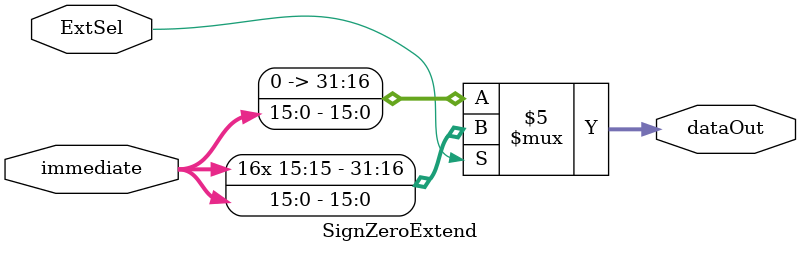
<source format=v>
`timescale 1ns / 1ps
module SignZeroExtend(
	 input [15:0] immediate,
	 input ExtSel,
	 output reg [31:0] dataOut
    );

	 initial begin
	 	dataOut <= 32'bz;
	 end

	 always @(immediate) begin
	 	if (ExtSel == 0)
	 		dataOut = {16'b0000000000000000, immediate};
	 	else
	 		dataOut = {{16{immediate[15]}}, immediate};
	 end


endmodule

</source>
